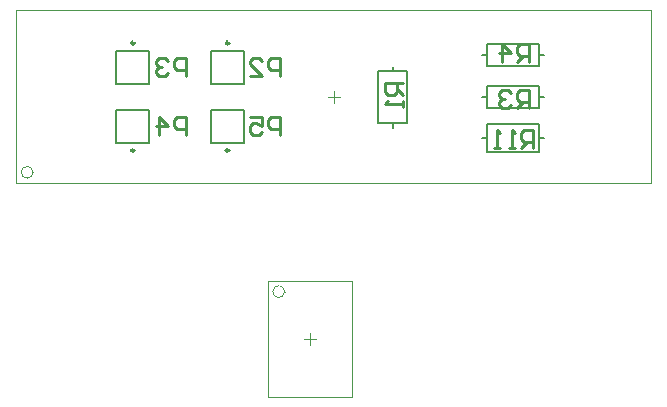
<source format=gbo>
%FSLAX23Y23*%
%MOMM*%
%SFA1B1*%

%IPPOS*%
%ADD10C,0.253999*%
%ADD12C,0.100000*%
%ADD32C,0.200000*%
%ADD33C,0.250000*%
G54D10*
X146873Y125152D02*
Y126675D01*
X146112*
X145858Y126421*
Y125913*
X146112Y125659*
X146873*
X146366D02*
X145858Y125152D01*
X145350D02*
X144842D01*
X145096*
Y126675*
X145350Y126421*
X144080Y125152D02*
X143573D01*
X143826*
Y126675*
X144080Y126421*
X146533Y132398D02*
Y133921D01*
X145772*
X145518Y133667*
Y133159*
X145772Y132905*
X146533*
X146026D02*
X145518Y132398D01*
X144248D02*
Y133921D01*
X145010Y133159*
X143994*
X146533Y128574D02*
Y130098D01*
X145772*
X145518Y129844*
Y129336*
X145772Y129082*
X146533*
X146026D02*
X145518Y128574D01*
X145010Y129844D02*
X144756Y130098D01*
X144248*
X143994Y129844*
Y129590*
X144248Y129336*
X144502*
X144248*
X143994Y129082*
Y128828*
X144248Y128574*
X144756*
X145010Y128828*
X135847Y130623D02*
X134324D01*
Y129862*
X134578Y129608*
X135086*
X135340Y129862*
Y130623*
Y130116D02*
X135847Y129608D01*
Y129100D02*
Y128592D01*
Y128846*
X134324*
X134578Y129100*
X125499Y126249D02*
Y127773D01*
X124738*
X124484Y127519*
Y127011*
X124738Y126757*
X125499*
X122960Y127773D02*
X123976D01*
Y127011*
X123468Y127265*
X123214*
X122960Y127011*
Y126503*
X123214Y126249*
X123722*
X123976Y126503*
X117499Y126249D02*
Y127773D01*
X116738*
X116484Y127519*
Y127011*
X116738Y126757*
X117499*
X115214Y126249D02*
Y127773D01*
X115976Y127011*
X114960*
X117499Y131249D02*
Y132773D01*
X116738*
X116484Y132519*
Y132011*
X116738Y131757*
X117499*
X115976Y132519D02*
X115722Y132773D01*
X115214*
X114960Y132519*
Y132265*
X115214Y132011*
X115468*
X115214*
X114960Y131757*
Y131503*
X115214Y131249*
X115722*
X115976Y131503*
X125499Y131249D02*
Y132773D01*
X124738*
X124484Y132519*
Y132011*
X124738Y131757*
X125499*
X122960Y131249D02*
X123976D01*
X122960Y132265*
Y132519*
X123214Y132773*
X123722*
X123976Y132519*
G54D12*
X104549Y123099D02*
D01*
D01*
G75*
G03X103549I-499J0D01*
G74*G01*
D01*
G75*
G03X104549I500J0D01*
G74*G01*
X125849Y112999D02*
D01*
D01*
G75*
G03X124849I-499J0D01*
G74*G01*
D01*
G75*
G03X125849I500J0D01*
G74*G01*
X103149Y122199D02*
X156849D01*
X103149Y136799D02*
X156849D01*
X103149Y122199D02*
Y136799D01*
X156849Y122199D02*
Y136799D01*
X124449Y104099D02*
Y113899D01*
X131549Y104099D02*
Y113899D01*
X124449D02*
X131549D01*
X124449Y104099D02*
X131549D01*
X129999Y128999D02*
Y129999D01*
X129499Y129499D02*
X130499D01*
X127499Y108999D02*
X128499D01*
X127999Y108499D02*
Y109499D01*
G54D32*
X111599Y125599D02*
X114399D01*
Y128399D01*
X111599D02*
X114399D01*
X111599Y125599D02*
Y128399D01*
Y133399D02*
X114399D01*
X111599Y130599D02*
Y133399D01*
Y130599D02*
X114399D01*
Y133399D01*
X119599D02*
X122399D01*
X119599Y130599D02*
Y133399D01*
Y130599D02*
X122399D01*
Y133399*
X119599Y125599D02*
X122399D01*
Y128399*
X119599D02*
X122399D01*
X119599Y125599D02*
Y128399D01*
X133799Y131649D02*
X134999D01*
X133799Y127249D02*
Y131649D01*
Y127249D02*
X136199D01*
Y131649*
X134999D02*
X136199D01*
X134999Y126849D02*
Y127249D01*
Y131649D02*
Y132049D01*
X147399Y132999D02*
X147799D01*
X142599D02*
X142999D01*
X147399Y132074D02*
Y132999D01*
X142999Y132074D02*
X147399D01*
X142999D02*
Y133924D01*
X147399*
Y132999D02*
Y133924D01*
Y129499D02*
X147799D01*
X142599D02*
X142999D01*
X147399Y128574D02*
Y129499D01*
X142999Y128574D02*
X147399D01*
X142999D02*
Y130424D01*
X147399*
Y129499D02*
Y130424D01*
Y125999D02*
Y127199D01*
X142999D02*
X147399D01*
X142999Y124799D02*
Y127199D01*
Y124799D02*
X147399D01*
Y125999*
X142599D02*
X142999D01*
X147399D02*
X147799D01*
G54D33*
X113124Y124949D02*
D01*
D01*
G75*
G03X112874I-124J0D01*
G74*G01*
D01*
G75*
G03X113124I124J0D01*
G74*G01*
Y134049D02*
D01*
D01*
G75*
G03X112874I-124J0D01*
G74*G01*
D01*
G75*
G03X113124I124J0D01*
G74*G01*
X121124D02*
D01*
D01*
G75*
G03X120874I-124J0D01*
G74*G01*
D01*
G75*
G03X121124I124J0D01*
G74*G01*
Y124949D02*
D01*
D01*
G75*
G03X120874I-124J0D01*
G74*G01*
D01*
G75*
G03X121124I124J0D01*
G74*G01*
M02*
</source>
